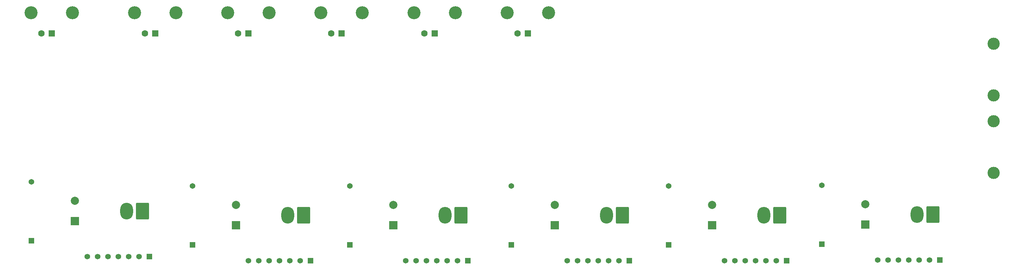
<source format=gbr>
%TF.GenerationSoftware,KiCad,Pcbnew,7.0.9*%
%TF.CreationDate,2023-12-09T12:48:13-06:00*%
%TF.ProjectId,ShutterDriver,53687574-7465-4724-9472-697665722e6b,1*%
%TF.SameCoordinates,Original*%
%TF.FileFunction,Soldermask,Bot*%
%TF.FilePolarity,Negative*%
%FSLAX46Y46*%
G04 Gerber Fmt 4.6, Leading zero omitted, Abs format (unit mm)*
G04 Created by KiCad (PCBNEW 7.0.9) date 2023-12-09 12:48:13*
%MOMM*%
%LPD*%
G01*
G04 APERTURE LIST*
G04 Aperture macros list*
%AMRoundRect*
0 Rectangle with rounded corners*
0 $1 Rounding radius*
0 $2 $3 $4 $5 $6 $7 $8 $9 X,Y pos of 4 corners*
0 Add a 4 corners polygon primitive as box body*
4,1,4,$2,$3,$4,$5,$6,$7,$8,$9,$2,$3,0*
0 Add four circle primitives for the rounded corners*
1,1,$1+$1,$2,$3*
1,1,$1+$1,$4,$5*
1,1,$1+$1,$6,$7*
1,1,$1+$1,$8,$9*
0 Add four rect primitives between the rounded corners*
20,1,$1+$1,$2,$3,$4,$5,0*
20,1,$1+$1,$4,$5,$6,$7,0*
20,1,$1+$1,$6,$7,$8,$9,0*
20,1,$1+$1,$8,$9,$2,$3,0*%
G04 Aperture macros list end*
%ADD10R,1.371600X1.371600*%
%ADD11C,1.371600*%
%ADD12RoundRect,0.250000X1.330000X1.800000X-1.330000X1.800000X-1.330000X-1.800000X1.330000X-1.800000X0*%
%ADD13O,3.160000X4.100000*%
%ADD14C,3.000000*%
%ADD15R,2.000000X2.000000*%
%ADD16C,2.000000*%
%ADD17RoundRect,0.102000X0.699000X0.699000X-0.699000X0.699000X-0.699000X-0.699000X0.699000X-0.699000X0*%
%ADD18C,1.602000*%
%ADD19C,3.204000*%
%ADD20R,1.361948X1.361948*%
%ADD21C,1.361948*%
G04 APERTURE END LIST*
D10*
%TO.C,R5*%
X186055000Y-126492000D03*
D11*
X186055000Y-112014000D03*
%TD*%
D10*
%TO.C,R2*%
X69215000Y-126492000D03*
D11*
X69215000Y-112014000D03*
%TD*%
D12*
%TO.C,J12*%
X250975000Y-119062500D03*
D13*
X247015000Y-119062500D03*
%TD*%
D12*
%TO.C,J8*%
X96543000Y-119253000D03*
D13*
X92583000Y-119253000D03*
%TD*%
D10*
%TO.C,R4*%
X147447000Y-126492000D03*
D11*
X147447000Y-112014000D03*
%TD*%
D14*
%TO.C,J14*%
X265811000Y-96139000D03*
%TD*%
D15*
%TO.C,C5*%
X196723000Y-121713000D03*
D16*
X196723000Y-116713000D03*
%TD*%
D17*
%TO.C,J3*%
X82931000Y-74549000D03*
D18*
X80391000Y-74549000D03*
D19*
X88011000Y-69469000D03*
X77851000Y-69469000D03*
%TD*%
D12*
%TO.C,J7*%
X57000000Y-118237000D03*
D13*
X53040000Y-118237000D03*
%TD*%
D15*
%TO.C,C6*%
X234315000Y-121522500D03*
D16*
X234315000Y-116522500D03*
%TD*%
D15*
%TO.C,C3*%
X118491000Y-121713000D03*
D16*
X118491000Y-116713000D03*
%TD*%
D15*
%TO.C,C2*%
X79883000Y-121713000D03*
D16*
X79883000Y-116713000D03*
%TD*%
D20*
%TO.C,U3*%
X136779000Y-130429000D03*
D21*
X134239000Y-130429000D03*
X131699000Y-130429000D03*
X129159000Y-130429000D03*
X126619000Y-130429000D03*
X124079000Y-130429000D03*
X121539000Y-130429000D03*
%TD*%
D10*
%TO.C,R3*%
X107823000Y-126492000D03*
D11*
X107823000Y-112014000D03*
%TD*%
D17*
%TO.C,J6*%
X151511000Y-74549000D03*
D18*
X148971000Y-74549000D03*
D19*
X156591000Y-69469000D03*
X146431000Y-69469000D03*
%TD*%
D20*
%TO.C,U5*%
X215011000Y-130429000D03*
D21*
X212471000Y-130429000D03*
X209931000Y-130429000D03*
X207391000Y-130429000D03*
X204851000Y-130429000D03*
X202311000Y-130429000D03*
X199771000Y-130429000D03*
%TD*%
D12*
%TO.C,J11*%
X213383000Y-119253000D03*
D13*
X209423000Y-119253000D03*
%TD*%
D10*
%TO.C,R6*%
X223647000Y-126301500D03*
D11*
X223647000Y-111823500D03*
%TD*%
D12*
%TO.C,J10*%
X174775000Y-119253000D03*
D13*
X170815000Y-119253000D03*
%TD*%
D20*
%TO.C,U1*%
X58628000Y-129413000D03*
D21*
X56088000Y-129413000D03*
X53548000Y-129413000D03*
X51008000Y-129413000D03*
X48468000Y-129413000D03*
X45928000Y-129413000D03*
X43388000Y-129413000D03*
%TD*%
D14*
%TO.C,J16*%
X265811000Y-89789000D03*
%TD*%
%TO.C,J15*%
X265811000Y-77089000D03*
%TD*%
D17*
%TO.C,J1*%
X34671000Y-74549000D03*
D18*
X32131000Y-74549000D03*
D19*
X39751000Y-69469000D03*
X29591000Y-69469000D03*
%TD*%
D17*
%TO.C,J5*%
X128651000Y-74549000D03*
D18*
X126111000Y-74549000D03*
D19*
X133731000Y-69469000D03*
X123571000Y-69469000D03*
%TD*%
D14*
%TO.C,J13*%
X265811000Y-108839000D03*
%TD*%
D20*
%TO.C,U4*%
X176403000Y-130429000D03*
D21*
X173863000Y-130429000D03*
X171323000Y-130429000D03*
X168783000Y-130429000D03*
X166243000Y-130429000D03*
X163703000Y-130429000D03*
X161163000Y-130429000D03*
%TD*%
D15*
%TO.C,C4*%
X158115000Y-121713000D03*
D16*
X158115000Y-116713000D03*
%TD*%
D20*
%TO.C,U6*%
X252603000Y-130238500D03*
D21*
X250063000Y-130238500D03*
X247523000Y-130238500D03*
X244983000Y-130238500D03*
X242443000Y-130238500D03*
X239903000Y-130238500D03*
X237363000Y-130238500D03*
%TD*%
D17*
%TO.C,J2*%
X60071000Y-74549000D03*
D18*
X57531000Y-74549000D03*
D19*
X65151000Y-69469000D03*
X54991000Y-69469000D03*
%TD*%
D12*
%TO.C,J9*%
X135151000Y-119253000D03*
D13*
X131191000Y-119253000D03*
%TD*%
D20*
%TO.C,U2*%
X98171000Y-130429000D03*
D21*
X95631000Y-130429000D03*
X93091000Y-130429000D03*
X90551000Y-130429000D03*
X88011000Y-130429000D03*
X85471000Y-130429000D03*
X82931000Y-130429000D03*
%TD*%
D15*
%TO.C,C1*%
X40340000Y-120697000D03*
D16*
X40340000Y-115697000D03*
%TD*%
D17*
%TO.C,J4*%
X105791000Y-74549000D03*
D18*
X103251000Y-74549000D03*
D19*
X110871000Y-69469000D03*
X100711000Y-69469000D03*
%TD*%
D10*
%TO.C,R1*%
X29672000Y-125476000D03*
D11*
X29672000Y-110998000D03*
%TD*%
M02*

</source>
